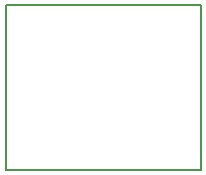
<source format=gbr>
G04 #@! TF.GenerationSoftware,KiCad,Pcbnew,(5.1.2)-2*
G04 #@! TF.CreationDate,2019-06-28T14:40:01+03:00*
G04 #@! TF.ProjectId,Sip-4 To Standart,5369702d-3420-4546-9f20-5374616e6461,rev?*
G04 #@! TF.SameCoordinates,Original*
G04 #@! TF.FileFunction,Other,User*
%FSLAX46Y46*%
G04 Gerber Fmt 4.6, Leading zero omitted, Abs format (unit mm)*
G04 Created by KiCad (PCBNEW (5.1.2)-2) date 2019-06-28 14:40:01*
%MOMM*%
%LPD*%
G04 APERTURE LIST*
%ADD10C,0.150000*%
G04 APERTURE END LIST*
D10*
X38100000Y-36830000D02*
X38100000Y-22860000D01*
X54610000Y-36830000D02*
X38100000Y-36830000D01*
X54610000Y-22860000D02*
X54610000Y-36830000D01*
X38100000Y-22860000D02*
X54610000Y-22860000D01*
M02*

</source>
